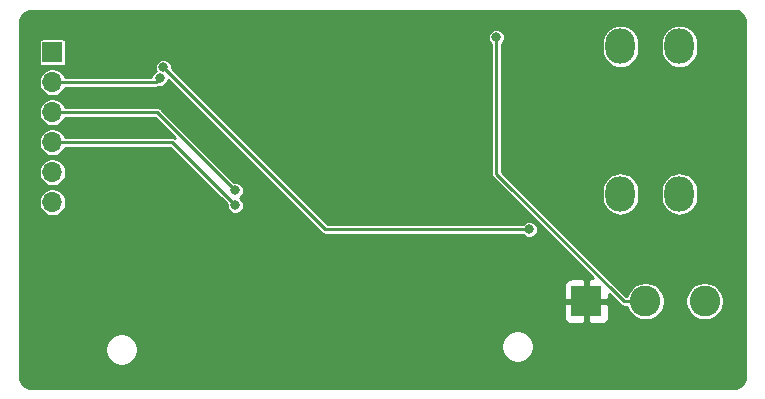
<source format=gbl>
%TF.GenerationSoftware,KiCad,Pcbnew,(5.1.10)-1*%
%TF.CreationDate,2021-09-30T00:23:06-04:00*%
%TF.ProjectId,soil_sensor,736f696c-5f73-4656-9e73-6f722e6b6963,rev?*%
%TF.SameCoordinates,Original*%
%TF.FileFunction,Copper,L2,Bot*%
%TF.FilePolarity,Positive*%
%FSLAX46Y46*%
G04 Gerber Fmt 4.6, Leading zero omitted, Abs format (unit mm)*
G04 Created by KiCad (PCBNEW (5.1.10)-1) date 2021-09-30 00:23:06*
%MOMM*%
%LPD*%
G01*
G04 APERTURE LIST*
%TA.AperFunction,ComponentPad*%
%ADD10O,1.700000X1.700000*%
%TD*%
%TA.AperFunction,ComponentPad*%
%ADD11R,1.700000X1.700000*%
%TD*%
%TA.AperFunction,ComponentPad*%
%ADD12O,2.500000X3.000000*%
%TD*%
%TA.AperFunction,ComponentPad*%
%ADD13C,2.600000*%
%TD*%
%TA.AperFunction,ComponentPad*%
%ADD14R,2.600000X2.600000*%
%TD*%
%TA.AperFunction,ViaPad*%
%ADD15C,0.800000*%
%TD*%
%TA.AperFunction,Conductor*%
%ADD16C,0.250000*%
%TD*%
%TA.AperFunction,Conductor*%
%ADD17C,0.254000*%
%TD*%
%TA.AperFunction,Conductor*%
%ADD18C,0.100000*%
%TD*%
G04 APERTURE END LIST*
D10*
%TO.P,J3,6*%
%TO.N,+5V*%
X125730000Y-119634000D03*
%TO.P,J3,5*%
%TO.N,GND*%
X125730000Y-117094000D03*
%TO.P,J3,4*%
%TO.N,/TXD0*%
X125730000Y-114554000D03*
%TO.P,J3,3*%
%TO.N,/RXD0*%
X125730000Y-112014000D03*
%TO.P,J3,2*%
%TO.N,/RTS*%
X125730000Y-109474000D03*
D11*
%TO.P,J3,1*%
%TO.N,/DTR*%
X125730000Y-106934000D03*
%TD*%
D12*
%TO.P,SW1,2*%
%TO.N,/EN*%
X173816000Y-106426000D03*
%TO.P,SW1,1*%
%TO.N,GND*%
X178816000Y-106426000D03*
%TO.P,SW1,2*%
%TO.N,/EN*%
X173816000Y-118926000D03*
%TO.P,SW1,1*%
%TO.N,GND*%
X178816000Y-118926000D03*
%TD*%
D13*
%TO.P,J2,3*%
%TO.N,GND*%
X180942000Y-128016000D03*
%TO.P,J2,2*%
%TO.N,Net-(J2-Pad2)*%
X175942000Y-128016000D03*
D14*
%TO.P,J2,1*%
%TO.N,+3V3*%
X170942000Y-128016000D03*
%TD*%
D15*
%TO.N,+3V3*%
X137922000Y-124968000D03*
X137922000Y-123952000D03*
X138938000Y-123952000D03*
X138938000Y-124968000D03*
X139954000Y-124968000D03*
X139954000Y-123952000D03*
X165100000Y-116332000D03*
X166116000Y-123444000D03*
%TO.N,Net-(J2-Pad2)*%
X163322000Y-105664000D03*
%TO.N,/RXD0*%
X141224000Y-118618000D03*
%TO.N,/TXD0*%
X141224000Y-119888000D03*
%TO.N,/RTS*%
X134811772Y-109152685D03*
%TO.N,/EN*%
X135128000Y-108204000D03*
X166116000Y-121920000D03*
%TD*%
D16*
%TO.N,Net-(J2-Pad2)*%
X163322000Y-117234477D02*
X163322000Y-105664000D01*
X174103523Y-128016000D02*
X163322000Y-117234477D01*
X175942000Y-128016000D02*
X174103523Y-128016000D01*
%TO.N,/RXD0*%
X134620000Y-112014000D02*
X141224000Y-118618000D01*
X125730000Y-112014000D02*
X134620000Y-112014000D01*
%TO.N,/TXD0*%
X135890000Y-114554000D02*
X125730000Y-114554000D01*
X141224000Y-119888000D02*
X135890000Y-114554000D01*
%TO.N,/RTS*%
X134490457Y-109474000D02*
X134811772Y-109152685D01*
X125730000Y-109474000D02*
X134490457Y-109474000D01*
%TO.N,/EN*%
X148844000Y-121920000D02*
X166116000Y-121920000D01*
X135128000Y-108204000D02*
X148844000Y-121920000D01*
%TD*%
D17*
%TO.N,+3V3*%
X183580223Y-103423185D02*
X183765130Y-103479012D01*
X183935668Y-103569688D01*
X184085347Y-103691762D01*
X184208468Y-103840590D01*
X184300334Y-104010493D01*
X184357448Y-104194997D01*
X184379001Y-104400063D01*
X184379000Y-134352359D01*
X184358815Y-134558223D01*
X184302988Y-134743130D01*
X184212310Y-134913670D01*
X184090235Y-135063349D01*
X183941410Y-135186468D01*
X183771511Y-135278332D01*
X183587003Y-135335448D01*
X183381946Y-135357000D01*
X123965641Y-135357000D01*
X123759777Y-135336815D01*
X123574870Y-135280988D01*
X123404330Y-135190310D01*
X123254651Y-135068235D01*
X123131532Y-134919410D01*
X123039668Y-134749511D01*
X122982552Y-134565003D01*
X122961000Y-134359946D01*
X122961000Y-131944377D01*
X130195000Y-131944377D01*
X130195000Y-132215623D01*
X130247917Y-132481656D01*
X130351718Y-132732254D01*
X130502414Y-132957787D01*
X130694213Y-133149586D01*
X130919746Y-133300282D01*
X131170344Y-133404083D01*
X131436377Y-133457000D01*
X131707623Y-133457000D01*
X131973656Y-133404083D01*
X132224254Y-133300282D01*
X132449787Y-133149586D01*
X132641586Y-132957787D01*
X132792282Y-132732254D01*
X132896083Y-132481656D01*
X132949000Y-132215623D01*
X132949000Y-131944377D01*
X132898477Y-131690377D01*
X163723000Y-131690377D01*
X163723000Y-131961623D01*
X163775917Y-132227656D01*
X163879718Y-132478254D01*
X164030414Y-132703787D01*
X164222213Y-132895586D01*
X164447746Y-133046282D01*
X164698344Y-133150083D01*
X164964377Y-133203000D01*
X165235623Y-133203000D01*
X165501656Y-133150083D01*
X165752254Y-133046282D01*
X165977787Y-132895586D01*
X166169586Y-132703787D01*
X166320282Y-132478254D01*
X166424083Y-132227656D01*
X166477000Y-131961623D01*
X166477000Y-131690377D01*
X166424083Y-131424344D01*
X166320282Y-131173746D01*
X166169586Y-130948213D01*
X165977787Y-130756414D01*
X165752254Y-130605718D01*
X165501656Y-130501917D01*
X165235623Y-130449000D01*
X164964377Y-130449000D01*
X164698344Y-130501917D01*
X164447746Y-130605718D01*
X164222213Y-130756414D01*
X164030414Y-130948213D01*
X163879718Y-131173746D01*
X163775917Y-131424344D01*
X163723000Y-131690377D01*
X132898477Y-131690377D01*
X132896083Y-131678344D01*
X132792282Y-131427746D01*
X132641586Y-131202213D01*
X132449787Y-131010414D01*
X132224254Y-130859718D01*
X131973656Y-130755917D01*
X131707623Y-130703000D01*
X131436377Y-130703000D01*
X131170344Y-130755917D01*
X130919746Y-130859718D01*
X130694213Y-131010414D01*
X130502414Y-131202213D01*
X130351718Y-131427746D01*
X130247917Y-131678344D01*
X130195000Y-131944377D01*
X122961000Y-131944377D01*
X122961000Y-129316000D01*
X169003928Y-129316000D01*
X169016188Y-129440482D01*
X169052498Y-129560180D01*
X169111463Y-129670494D01*
X169190815Y-129767185D01*
X169287506Y-129846537D01*
X169397820Y-129905502D01*
X169517518Y-129941812D01*
X169642000Y-129954072D01*
X170656250Y-129951000D01*
X170815000Y-129792250D01*
X170815000Y-128143000D01*
X171069000Y-128143000D01*
X171069000Y-129792250D01*
X171227750Y-129951000D01*
X172242000Y-129954072D01*
X172366482Y-129941812D01*
X172486180Y-129905502D01*
X172596494Y-129846537D01*
X172693185Y-129767185D01*
X172772537Y-129670494D01*
X172831502Y-129560180D01*
X172867812Y-129440482D01*
X172880072Y-129316000D01*
X172877000Y-128301750D01*
X172718250Y-128143000D01*
X171069000Y-128143000D01*
X170815000Y-128143000D01*
X169165750Y-128143000D01*
X169007000Y-128301750D01*
X169003928Y-129316000D01*
X122961000Y-129316000D01*
X122961000Y-126716000D01*
X169003928Y-126716000D01*
X169007000Y-127730250D01*
X169165750Y-127889000D01*
X170815000Y-127889000D01*
X170815000Y-126239750D01*
X170656250Y-126081000D01*
X169642000Y-126077928D01*
X169517518Y-126090188D01*
X169397820Y-126126498D01*
X169287506Y-126185463D01*
X169190815Y-126264815D01*
X169111463Y-126361506D01*
X169052498Y-126471820D01*
X169016188Y-126591518D01*
X169003928Y-126716000D01*
X122961000Y-126716000D01*
X122961000Y-119518076D01*
X124553000Y-119518076D01*
X124553000Y-119749924D01*
X124598231Y-119977318D01*
X124686956Y-120191519D01*
X124815764Y-120384294D01*
X124979706Y-120548236D01*
X125172481Y-120677044D01*
X125386682Y-120765769D01*
X125614076Y-120811000D01*
X125845924Y-120811000D01*
X126073318Y-120765769D01*
X126287519Y-120677044D01*
X126480294Y-120548236D01*
X126644236Y-120384294D01*
X126773044Y-120191519D01*
X126861769Y-119977318D01*
X126907000Y-119749924D01*
X126907000Y-119518076D01*
X126861769Y-119290682D01*
X126773044Y-119076481D01*
X126644236Y-118883706D01*
X126480294Y-118719764D01*
X126287519Y-118590956D01*
X126073318Y-118502231D01*
X125845924Y-118457000D01*
X125614076Y-118457000D01*
X125386682Y-118502231D01*
X125172481Y-118590956D01*
X124979706Y-118719764D01*
X124815764Y-118883706D01*
X124686956Y-119076481D01*
X124598231Y-119290682D01*
X124553000Y-119518076D01*
X122961000Y-119518076D01*
X122961000Y-116978076D01*
X124553000Y-116978076D01*
X124553000Y-117209924D01*
X124598231Y-117437318D01*
X124686956Y-117651519D01*
X124815764Y-117844294D01*
X124979706Y-118008236D01*
X125172481Y-118137044D01*
X125386682Y-118225769D01*
X125614076Y-118271000D01*
X125845924Y-118271000D01*
X126073318Y-118225769D01*
X126287519Y-118137044D01*
X126480294Y-118008236D01*
X126644236Y-117844294D01*
X126773044Y-117651519D01*
X126861769Y-117437318D01*
X126907000Y-117209924D01*
X126907000Y-116978076D01*
X126861769Y-116750682D01*
X126773044Y-116536481D01*
X126644236Y-116343706D01*
X126480294Y-116179764D01*
X126287519Y-116050956D01*
X126073318Y-115962231D01*
X125845924Y-115917000D01*
X125614076Y-115917000D01*
X125386682Y-115962231D01*
X125172481Y-116050956D01*
X124979706Y-116179764D01*
X124815764Y-116343706D01*
X124686956Y-116536481D01*
X124598231Y-116750682D01*
X124553000Y-116978076D01*
X122961000Y-116978076D01*
X122961000Y-111898076D01*
X124553000Y-111898076D01*
X124553000Y-112129924D01*
X124598231Y-112357318D01*
X124686956Y-112571519D01*
X124815764Y-112764294D01*
X124979706Y-112928236D01*
X125172481Y-113057044D01*
X125386682Y-113145769D01*
X125614076Y-113191000D01*
X125845924Y-113191000D01*
X126073318Y-113145769D01*
X126287519Y-113057044D01*
X126480294Y-112928236D01*
X126644236Y-112764294D01*
X126773044Y-112571519D01*
X126816751Y-112466000D01*
X134432777Y-112466000D01*
X136146797Y-114180020D01*
X136142333Y-114176357D01*
X136063810Y-114134386D01*
X135978607Y-114108540D01*
X135912205Y-114102000D01*
X135890000Y-114099813D01*
X135867795Y-114102000D01*
X126816751Y-114102000D01*
X126773044Y-113996481D01*
X126644236Y-113803706D01*
X126480294Y-113639764D01*
X126287519Y-113510956D01*
X126073318Y-113422231D01*
X125845924Y-113377000D01*
X125614076Y-113377000D01*
X125386682Y-113422231D01*
X125172481Y-113510956D01*
X124979706Y-113639764D01*
X124815764Y-113803706D01*
X124686956Y-113996481D01*
X124598231Y-114210682D01*
X124553000Y-114438076D01*
X124553000Y-114669924D01*
X124598231Y-114897318D01*
X124686956Y-115111519D01*
X124815764Y-115304294D01*
X124979706Y-115468236D01*
X125172481Y-115597044D01*
X125386682Y-115685769D01*
X125614076Y-115731000D01*
X125845924Y-115731000D01*
X126073318Y-115685769D01*
X126287519Y-115597044D01*
X126480294Y-115468236D01*
X126644236Y-115304294D01*
X126773044Y-115111519D01*
X126816751Y-115006000D01*
X135702777Y-115006000D01*
X140499683Y-119802908D01*
X140497000Y-119816397D01*
X140497000Y-119959603D01*
X140524938Y-120100058D01*
X140579741Y-120232364D01*
X140659302Y-120351436D01*
X140760564Y-120452698D01*
X140879636Y-120532259D01*
X141011942Y-120587062D01*
X141152397Y-120615000D01*
X141295603Y-120615000D01*
X141436058Y-120587062D01*
X141568364Y-120532259D01*
X141687436Y-120452698D01*
X141788698Y-120351436D01*
X141868259Y-120232364D01*
X141923062Y-120100058D01*
X141951000Y-119959603D01*
X141951000Y-119816397D01*
X141923062Y-119675942D01*
X141868259Y-119543636D01*
X141788698Y-119424564D01*
X141687436Y-119323302D01*
X141582221Y-119253000D01*
X141687436Y-119182698D01*
X141788698Y-119081436D01*
X141868259Y-118962364D01*
X141923062Y-118830058D01*
X141951000Y-118689603D01*
X141951000Y-118546397D01*
X141923062Y-118405942D01*
X141868259Y-118273636D01*
X141788698Y-118154564D01*
X141687436Y-118053302D01*
X141568364Y-117973741D01*
X141436058Y-117918938D01*
X141295603Y-117891000D01*
X141152397Y-117891000D01*
X141138908Y-117893683D01*
X134955323Y-111710100D01*
X134941159Y-111692841D01*
X134872333Y-111636357D01*
X134793810Y-111594386D01*
X134708607Y-111568540D01*
X134642205Y-111562000D01*
X134620000Y-111559813D01*
X134597795Y-111562000D01*
X126816751Y-111562000D01*
X126773044Y-111456481D01*
X126644236Y-111263706D01*
X126480294Y-111099764D01*
X126287519Y-110970956D01*
X126073318Y-110882231D01*
X125845924Y-110837000D01*
X125614076Y-110837000D01*
X125386682Y-110882231D01*
X125172481Y-110970956D01*
X124979706Y-111099764D01*
X124815764Y-111263706D01*
X124686956Y-111456481D01*
X124598231Y-111670682D01*
X124553000Y-111898076D01*
X122961000Y-111898076D01*
X122961000Y-109358076D01*
X124553000Y-109358076D01*
X124553000Y-109589924D01*
X124598231Y-109817318D01*
X124686956Y-110031519D01*
X124815764Y-110224294D01*
X124979706Y-110388236D01*
X125172481Y-110517044D01*
X125386682Y-110605769D01*
X125614076Y-110651000D01*
X125845924Y-110651000D01*
X126073318Y-110605769D01*
X126287519Y-110517044D01*
X126480294Y-110388236D01*
X126644236Y-110224294D01*
X126773044Y-110031519D01*
X126816751Y-109926000D01*
X134468252Y-109926000D01*
X134490457Y-109928187D01*
X134512662Y-109926000D01*
X134579064Y-109919460D01*
X134664267Y-109893614D01*
X134703844Y-109872460D01*
X134740169Y-109879685D01*
X134883375Y-109879685D01*
X135023830Y-109851747D01*
X135156136Y-109796944D01*
X135275208Y-109717383D01*
X135376470Y-109616121D01*
X135456031Y-109497049D01*
X135510834Y-109364743D01*
X135533843Y-109249066D01*
X148508686Y-122223911D01*
X148522841Y-122241159D01*
X148591667Y-122297643D01*
X148670190Y-122339614D01*
X148735562Y-122359444D01*
X148755392Y-122365460D01*
X148843999Y-122374187D01*
X148866204Y-122372000D01*
X165543661Y-122372000D01*
X165551302Y-122383436D01*
X165652564Y-122484698D01*
X165771636Y-122564259D01*
X165903942Y-122619062D01*
X166044397Y-122647000D01*
X166187603Y-122647000D01*
X166328058Y-122619062D01*
X166460364Y-122564259D01*
X166579436Y-122484698D01*
X166680698Y-122383436D01*
X166760259Y-122264364D01*
X166815062Y-122132058D01*
X166843000Y-121991603D01*
X166843000Y-121848397D01*
X166815062Y-121707942D01*
X166760259Y-121575636D01*
X166680698Y-121456564D01*
X166579436Y-121355302D01*
X166460364Y-121275741D01*
X166328058Y-121220938D01*
X166187603Y-121193000D01*
X166044397Y-121193000D01*
X165903942Y-121220938D01*
X165771636Y-121275741D01*
X165652564Y-121355302D01*
X165551302Y-121456564D01*
X165543661Y-121468000D01*
X149031225Y-121468000D01*
X135852317Y-108289094D01*
X135855000Y-108275603D01*
X135855000Y-108132397D01*
X135827062Y-107991942D01*
X135772259Y-107859636D01*
X135692698Y-107740564D01*
X135591436Y-107639302D01*
X135472364Y-107559741D01*
X135340058Y-107504938D01*
X135199603Y-107477000D01*
X135056397Y-107477000D01*
X134915942Y-107504938D01*
X134783636Y-107559741D01*
X134664564Y-107639302D01*
X134563302Y-107740564D01*
X134483741Y-107859636D01*
X134428938Y-107991942D01*
X134401000Y-108132397D01*
X134401000Y-108275603D01*
X134428938Y-108416058D01*
X134467244Y-108508536D01*
X134348336Y-108587987D01*
X134247074Y-108689249D01*
X134167513Y-108808321D01*
X134112710Y-108940627D01*
X134096524Y-109022000D01*
X126816751Y-109022000D01*
X126773044Y-108916481D01*
X126644236Y-108723706D01*
X126480294Y-108559764D01*
X126287519Y-108430956D01*
X126073318Y-108342231D01*
X125845924Y-108297000D01*
X125614076Y-108297000D01*
X125386682Y-108342231D01*
X125172481Y-108430956D01*
X124979706Y-108559764D01*
X124815764Y-108723706D01*
X124686956Y-108916481D01*
X124598231Y-109130682D01*
X124553000Y-109358076D01*
X122961000Y-109358076D01*
X122961000Y-106084000D01*
X124551418Y-106084000D01*
X124551418Y-107784000D01*
X124557732Y-107848103D01*
X124576430Y-107909743D01*
X124606794Y-107966550D01*
X124647657Y-108016343D01*
X124697450Y-108057206D01*
X124754257Y-108087570D01*
X124815897Y-108106268D01*
X124880000Y-108112582D01*
X126580000Y-108112582D01*
X126644103Y-108106268D01*
X126705743Y-108087570D01*
X126762550Y-108057206D01*
X126812343Y-108016343D01*
X126853206Y-107966550D01*
X126883570Y-107909743D01*
X126902268Y-107848103D01*
X126908582Y-107784000D01*
X126908582Y-106084000D01*
X126902268Y-106019897D01*
X126883570Y-105958257D01*
X126853206Y-105901450D01*
X126812343Y-105851657D01*
X126762550Y-105810794D01*
X126705743Y-105780430D01*
X126644103Y-105761732D01*
X126580000Y-105755418D01*
X124880000Y-105755418D01*
X124815897Y-105761732D01*
X124754257Y-105780430D01*
X124697450Y-105810794D01*
X124647657Y-105851657D01*
X124606794Y-105901450D01*
X124576430Y-105958257D01*
X124557732Y-106019897D01*
X124551418Y-106084000D01*
X122961000Y-106084000D01*
X122961000Y-105592397D01*
X162595000Y-105592397D01*
X162595000Y-105735603D01*
X162622938Y-105876058D01*
X162677741Y-106008364D01*
X162757302Y-106127436D01*
X162858564Y-106228698D01*
X162870001Y-106236340D01*
X162870000Y-117212272D01*
X162867813Y-117234477D01*
X162870000Y-117256681D01*
X162876540Y-117323083D01*
X162902386Y-117408286D01*
X162944357Y-117486809D01*
X163000841Y-117555636D01*
X163018100Y-117569800D01*
X171528389Y-126080089D01*
X171227750Y-126081000D01*
X171069000Y-126239750D01*
X171069000Y-127889000D01*
X172718250Y-127889000D01*
X172877000Y-127730250D01*
X172877911Y-127429612D01*
X173768204Y-128319905D01*
X173782364Y-128337159D01*
X173851190Y-128393643D01*
X173929713Y-128435614D01*
X174014915Y-128461460D01*
X174103522Y-128470187D01*
X174125727Y-128468000D01*
X174373034Y-128468000D01*
X174377525Y-128490578D01*
X174500172Y-128786673D01*
X174678227Y-129053152D01*
X174904848Y-129279773D01*
X175171327Y-129457828D01*
X175467422Y-129580475D01*
X175781755Y-129643000D01*
X176102245Y-129643000D01*
X176416578Y-129580475D01*
X176712673Y-129457828D01*
X176979152Y-129279773D01*
X177205773Y-129053152D01*
X177383828Y-128786673D01*
X177506475Y-128490578D01*
X177569000Y-128176245D01*
X177569000Y-127855755D01*
X179315000Y-127855755D01*
X179315000Y-128176245D01*
X179377525Y-128490578D01*
X179500172Y-128786673D01*
X179678227Y-129053152D01*
X179904848Y-129279773D01*
X180171327Y-129457828D01*
X180467422Y-129580475D01*
X180781755Y-129643000D01*
X181102245Y-129643000D01*
X181416578Y-129580475D01*
X181712673Y-129457828D01*
X181979152Y-129279773D01*
X182205773Y-129053152D01*
X182383828Y-128786673D01*
X182506475Y-128490578D01*
X182569000Y-128176245D01*
X182569000Y-127855755D01*
X182506475Y-127541422D01*
X182383828Y-127245327D01*
X182205773Y-126978848D01*
X181979152Y-126752227D01*
X181712673Y-126574172D01*
X181416578Y-126451525D01*
X181102245Y-126389000D01*
X180781755Y-126389000D01*
X180467422Y-126451525D01*
X180171327Y-126574172D01*
X179904848Y-126752227D01*
X179678227Y-126978848D01*
X179500172Y-127245327D01*
X179377525Y-127541422D01*
X179315000Y-127855755D01*
X177569000Y-127855755D01*
X177506475Y-127541422D01*
X177383828Y-127245327D01*
X177205773Y-126978848D01*
X176979152Y-126752227D01*
X176712673Y-126574172D01*
X176416578Y-126451525D01*
X176102245Y-126389000D01*
X175781755Y-126389000D01*
X175467422Y-126451525D01*
X175171327Y-126574172D01*
X174904848Y-126752227D01*
X174678227Y-126978848D01*
X174500172Y-127245327D01*
X174377525Y-127541422D01*
X174373034Y-127564000D01*
X174290747Y-127564000D01*
X165325278Y-118598531D01*
X172239000Y-118598531D01*
X172239000Y-119253468D01*
X172261818Y-119485145D01*
X172351993Y-119782411D01*
X172498428Y-120056372D01*
X172695497Y-120296503D01*
X172935627Y-120493572D01*
X173209588Y-120640007D01*
X173506854Y-120730182D01*
X173816000Y-120760630D01*
X174125145Y-120730182D01*
X174422411Y-120640007D01*
X174696372Y-120493572D01*
X174936503Y-120296503D01*
X175133572Y-120056373D01*
X175280007Y-119782412D01*
X175370182Y-119485146D01*
X175393000Y-119253469D01*
X175393000Y-118598532D01*
X175393000Y-118598531D01*
X177239000Y-118598531D01*
X177239000Y-119253468D01*
X177261818Y-119485145D01*
X177351993Y-119782411D01*
X177498428Y-120056372D01*
X177695497Y-120296503D01*
X177935627Y-120493572D01*
X178209588Y-120640007D01*
X178506854Y-120730182D01*
X178816000Y-120760630D01*
X179125145Y-120730182D01*
X179422411Y-120640007D01*
X179696372Y-120493572D01*
X179936503Y-120296503D01*
X180133572Y-120056373D01*
X180280007Y-119782412D01*
X180370182Y-119485146D01*
X180393000Y-119253469D01*
X180393000Y-118598532D01*
X180370182Y-118366855D01*
X180280007Y-118069588D01*
X180133572Y-117795627D01*
X179936503Y-117555497D01*
X179696373Y-117358428D01*
X179422412Y-117211993D01*
X179125146Y-117121818D01*
X178816000Y-117091370D01*
X178506855Y-117121818D01*
X178209589Y-117211993D01*
X177935628Y-117358428D01*
X177695497Y-117555497D01*
X177498428Y-117795627D01*
X177351993Y-118069588D01*
X177261818Y-118366854D01*
X177239000Y-118598531D01*
X175393000Y-118598531D01*
X175370182Y-118366855D01*
X175280007Y-118069588D01*
X175133572Y-117795627D01*
X174936503Y-117555497D01*
X174696373Y-117358428D01*
X174422412Y-117211993D01*
X174125146Y-117121818D01*
X173816000Y-117091370D01*
X173506855Y-117121818D01*
X173209589Y-117211993D01*
X172935628Y-117358428D01*
X172695497Y-117555497D01*
X172498428Y-117795627D01*
X172351993Y-118069588D01*
X172261818Y-118366854D01*
X172239000Y-118598531D01*
X165325278Y-118598531D01*
X163774000Y-117047254D01*
X163774000Y-106236339D01*
X163785436Y-106228698D01*
X163886698Y-106127436D01*
X163906011Y-106098531D01*
X172239000Y-106098531D01*
X172239000Y-106753468D01*
X172261818Y-106985145D01*
X172351993Y-107282411D01*
X172498428Y-107556372D01*
X172695497Y-107796503D01*
X172935627Y-107993572D01*
X173209588Y-108140007D01*
X173506854Y-108230182D01*
X173816000Y-108260630D01*
X174125145Y-108230182D01*
X174422411Y-108140007D01*
X174696372Y-107993572D01*
X174936503Y-107796503D01*
X175133572Y-107556373D01*
X175280007Y-107282412D01*
X175370182Y-106985146D01*
X175393000Y-106753469D01*
X175393000Y-106098532D01*
X175393000Y-106098531D01*
X177239000Y-106098531D01*
X177239000Y-106753468D01*
X177261818Y-106985145D01*
X177351993Y-107282411D01*
X177498428Y-107556372D01*
X177695497Y-107796503D01*
X177935627Y-107993572D01*
X178209588Y-108140007D01*
X178506854Y-108230182D01*
X178816000Y-108260630D01*
X179125145Y-108230182D01*
X179422411Y-108140007D01*
X179696372Y-107993572D01*
X179936503Y-107796503D01*
X180133572Y-107556373D01*
X180280007Y-107282412D01*
X180370182Y-106985146D01*
X180393000Y-106753469D01*
X180393000Y-106098532D01*
X180370182Y-105866855D01*
X180280007Y-105569588D01*
X180133572Y-105295627D01*
X179936503Y-105055497D01*
X179696373Y-104858428D01*
X179422412Y-104711993D01*
X179125146Y-104621818D01*
X178816000Y-104591370D01*
X178506855Y-104621818D01*
X178209589Y-104711993D01*
X177935628Y-104858428D01*
X177695497Y-105055497D01*
X177498428Y-105295627D01*
X177351993Y-105569588D01*
X177261818Y-105866854D01*
X177239000Y-106098531D01*
X175393000Y-106098531D01*
X175370182Y-105866855D01*
X175280007Y-105569588D01*
X175133572Y-105295627D01*
X174936503Y-105055497D01*
X174696373Y-104858428D01*
X174422412Y-104711993D01*
X174125146Y-104621818D01*
X173816000Y-104591370D01*
X173506855Y-104621818D01*
X173209589Y-104711993D01*
X172935628Y-104858428D01*
X172695497Y-105055497D01*
X172498428Y-105295627D01*
X172351993Y-105569588D01*
X172261818Y-105866854D01*
X172239000Y-106098531D01*
X163906011Y-106098531D01*
X163966259Y-106008364D01*
X164021062Y-105876058D01*
X164049000Y-105735603D01*
X164049000Y-105592397D01*
X164021062Y-105451942D01*
X163966259Y-105319636D01*
X163886698Y-105200564D01*
X163785436Y-105099302D01*
X163666364Y-105019741D01*
X163534058Y-104964938D01*
X163393603Y-104937000D01*
X163250397Y-104937000D01*
X163109942Y-104964938D01*
X162977636Y-105019741D01*
X162858564Y-105099302D01*
X162757302Y-105200564D01*
X162677741Y-105319636D01*
X162622938Y-105451942D01*
X162595000Y-105592397D01*
X122961000Y-105592397D01*
X122961000Y-104407641D01*
X122981185Y-104201777D01*
X123037012Y-104016870D01*
X123127688Y-103846332D01*
X123249762Y-103696653D01*
X123398590Y-103573532D01*
X123568493Y-103481666D01*
X123752997Y-103424552D01*
X123958054Y-103403000D01*
X183374359Y-103403000D01*
X183580223Y-103423185D01*
%TA.AperFunction,Conductor*%
D18*
G36*
X183580223Y-103423185D02*
G01*
X183765130Y-103479012D01*
X183935668Y-103569688D01*
X184085347Y-103691762D01*
X184208468Y-103840590D01*
X184300334Y-104010493D01*
X184357448Y-104194997D01*
X184379001Y-104400063D01*
X184379000Y-134352359D01*
X184358815Y-134558223D01*
X184302988Y-134743130D01*
X184212310Y-134913670D01*
X184090235Y-135063349D01*
X183941410Y-135186468D01*
X183771511Y-135278332D01*
X183587003Y-135335448D01*
X183381946Y-135357000D01*
X123965641Y-135357000D01*
X123759777Y-135336815D01*
X123574870Y-135280988D01*
X123404330Y-135190310D01*
X123254651Y-135068235D01*
X123131532Y-134919410D01*
X123039668Y-134749511D01*
X122982552Y-134565003D01*
X122961000Y-134359946D01*
X122961000Y-131944377D01*
X130195000Y-131944377D01*
X130195000Y-132215623D01*
X130247917Y-132481656D01*
X130351718Y-132732254D01*
X130502414Y-132957787D01*
X130694213Y-133149586D01*
X130919746Y-133300282D01*
X131170344Y-133404083D01*
X131436377Y-133457000D01*
X131707623Y-133457000D01*
X131973656Y-133404083D01*
X132224254Y-133300282D01*
X132449787Y-133149586D01*
X132641586Y-132957787D01*
X132792282Y-132732254D01*
X132896083Y-132481656D01*
X132949000Y-132215623D01*
X132949000Y-131944377D01*
X132898477Y-131690377D01*
X163723000Y-131690377D01*
X163723000Y-131961623D01*
X163775917Y-132227656D01*
X163879718Y-132478254D01*
X164030414Y-132703787D01*
X164222213Y-132895586D01*
X164447746Y-133046282D01*
X164698344Y-133150083D01*
X164964377Y-133203000D01*
X165235623Y-133203000D01*
X165501656Y-133150083D01*
X165752254Y-133046282D01*
X165977787Y-132895586D01*
X166169586Y-132703787D01*
X166320282Y-132478254D01*
X166424083Y-132227656D01*
X166477000Y-131961623D01*
X166477000Y-131690377D01*
X166424083Y-131424344D01*
X166320282Y-131173746D01*
X166169586Y-130948213D01*
X165977787Y-130756414D01*
X165752254Y-130605718D01*
X165501656Y-130501917D01*
X165235623Y-130449000D01*
X164964377Y-130449000D01*
X164698344Y-130501917D01*
X164447746Y-130605718D01*
X164222213Y-130756414D01*
X164030414Y-130948213D01*
X163879718Y-131173746D01*
X163775917Y-131424344D01*
X163723000Y-131690377D01*
X132898477Y-131690377D01*
X132896083Y-131678344D01*
X132792282Y-131427746D01*
X132641586Y-131202213D01*
X132449787Y-131010414D01*
X132224254Y-130859718D01*
X131973656Y-130755917D01*
X131707623Y-130703000D01*
X131436377Y-130703000D01*
X131170344Y-130755917D01*
X130919746Y-130859718D01*
X130694213Y-131010414D01*
X130502414Y-131202213D01*
X130351718Y-131427746D01*
X130247917Y-131678344D01*
X130195000Y-131944377D01*
X122961000Y-131944377D01*
X122961000Y-129316000D01*
X169003928Y-129316000D01*
X169016188Y-129440482D01*
X169052498Y-129560180D01*
X169111463Y-129670494D01*
X169190815Y-129767185D01*
X169287506Y-129846537D01*
X169397820Y-129905502D01*
X169517518Y-129941812D01*
X169642000Y-129954072D01*
X170656250Y-129951000D01*
X170815000Y-129792250D01*
X170815000Y-128143000D01*
X171069000Y-128143000D01*
X171069000Y-129792250D01*
X171227750Y-129951000D01*
X172242000Y-129954072D01*
X172366482Y-129941812D01*
X172486180Y-129905502D01*
X172596494Y-129846537D01*
X172693185Y-129767185D01*
X172772537Y-129670494D01*
X172831502Y-129560180D01*
X172867812Y-129440482D01*
X172880072Y-129316000D01*
X172877000Y-128301750D01*
X172718250Y-128143000D01*
X171069000Y-128143000D01*
X170815000Y-128143000D01*
X169165750Y-128143000D01*
X169007000Y-128301750D01*
X169003928Y-129316000D01*
X122961000Y-129316000D01*
X122961000Y-126716000D01*
X169003928Y-126716000D01*
X169007000Y-127730250D01*
X169165750Y-127889000D01*
X170815000Y-127889000D01*
X170815000Y-126239750D01*
X170656250Y-126081000D01*
X169642000Y-126077928D01*
X169517518Y-126090188D01*
X169397820Y-126126498D01*
X169287506Y-126185463D01*
X169190815Y-126264815D01*
X169111463Y-126361506D01*
X169052498Y-126471820D01*
X169016188Y-126591518D01*
X169003928Y-126716000D01*
X122961000Y-126716000D01*
X122961000Y-119518076D01*
X124553000Y-119518076D01*
X124553000Y-119749924D01*
X124598231Y-119977318D01*
X124686956Y-120191519D01*
X124815764Y-120384294D01*
X124979706Y-120548236D01*
X125172481Y-120677044D01*
X125386682Y-120765769D01*
X125614076Y-120811000D01*
X125845924Y-120811000D01*
X126073318Y-120765769D01*
X126287519Y-120677044D01*
X126480294Y-120548236D01*
X126644236Y-120384294D01*
X126773044Y-120191519D01*
X126861769Y-119977318D01*
X126907000Y-119749924D01*
X126907000Y-119518076D01*
X126861769Y-119290682D01*
X126773044Y-119076481D01*
X126644236Y-118883706D01*
X126480294Y-118719764D01*
X126287519Y-118590956D01*
X126073318Y-118502231D01*
X125845924Y-118457000D01*
X125614076Y-118457000D01*
X125386682Y-118502231D01*
X125172481Y-118590956D01*
X124979706Y-118719764D01*
X124815764Y-118883706D01*
X124686956Y-119076481D01*
X124598231Y-119290682D01*
X124553000Y-119518076D01*
X122961000Y-119518076D01*
X122961000Y-116978076D01*
X124553000Y-116978076D01*
X124553000Y-117209924D01*
X124598231Y-117437318D01*
X124686956Y-117651519D01*
X124815764Y-117844294D01*
X124979706Y-118008236D01*
X125172481Y-118137044D01*
X125386682Y-118225769D01*
X125614076Y-118271000D01*
X125845924Y-118271000D01*
X126073318Y-118225769D01*
X126287519Y-118137044D01*
X126480294Y-118008236D01*
X126644236Y-117844294D01*
X126773044Y-117651519D01*
X126861769Y-117437318D01*
X126907000Y-117209924D01*
X126907000Y-116978076D01*
X126861769Y-116750682D01*
X126773044Y-116536481D01*
X126644236Y-116343706D01*
X126480294Y-116179764D01*
X126287519Y-116050956D01*
X126073318Y-115962231D01*
X125845924Y-115917000D01*
X125614076Y-115917000D01*
X125386682Y-115962231D01*
X125172481Y-116050956D01*
X124979706Y-116179764D01*
X124815764Y-116343706D01*
X124686956Y-116536481D01*
X124598231Y-116750682D01*
X124553000Y-116978076D01*
X122961000Y-116978076D01*
X122961000Y-111898076D01*
X124553000Y-111898076D01*
X124553000Y-112129924D01*
X124598231Y-112357318D01*
X124686956Y-112571519D01*
X124815764Y-112764294D01*
X124979706Y-112928236D01*
X125172481Y-113057044D01*
X125386682Y-113145769D01*
X125614076Y-113191000D01*
X125845924Y-113191000D01*
X126073318Y-113145769D01*
X126287519Y-113057044D01*
X126480294Y-112928236D01*
X126644236Y-112764294D01*
X126773044Y-112571519D01*
X126816751Y-112466000D01*
X134432777Y-112466000D01*
X136146797Y-114180020D01*
X136142333Y-114176357D01*
X136063810Y-114134386D01*
X135978607Y-114108540D01*
X135912205Y-114102000D01*
X135890000Y-114099813D01*
X135867795Y-114102000D01*
X126816751Y-114102000D01*
X126773044Y-113996481D01*
X126644236Y-113803706D01*
X126480294Y-113639764D01*
X126287519Y-113510956D01*
X126073318Y-113422231D01*
X125845924Y-113377000D01*
X125614076Y-113377000D01*
X125386682Y-113422231D01*
X125172481Y-113510956D01*
X124979706Y-113639764D01*
X124815764Y-113803706D01*
X124686956Y-113996481D01*
X124598231Y-114210682D01*
X124553000Y-114438076D01*
X124553000Y-114669924D01*
X124598231Y-114897318D01*
X124686956Y-115111519D01*
X124815764Y-115304294D01*
X124979706Y-115468236D01*
X125172481Y-115597044D01*
X125386682Y-115685769D01*
X125614076Y-115731000D01*
X125845924Y-115731000D01*
X126073318Y-115685769D01*
X126287519Y-115597044D01*
X126480294Y-115468236D01*
X126644236Y-115304294D01*
X126773044Y-115111519D01*
X126816751Y-115006000D01*
X135702777Y-115006000D01*
X140499683Y-119802908D01*
X140497000Y-119816397D01*
X140497000Y-119959603D01*
X140524938Y-120100058D01*
X140579741Y-120232364D01*
X140659302Y-120351436D01*
X140760564Y-120452698D01*
X140879636Y-120532259D01*
X141011942Y-120587062D01*
X141152397Y-120615000D01*
X141295603Y-120615000D01*
X141436058Y-120587062D01*
X141568364Y-120532259D01*
X141687436Y-120452698D01*
X141788698Y-120351436D01*
X141868259Y-120232364D01*
X141923062Y-120100058D01*
X141951000Y-119959603D01*
X141951000Y-119816397D01*
X141923062Y-119675942D01*
X141868259Y-119543636D01*
X141788698Y-119424564D01*
X141687436Y-119323302D01*
X141582221Y-119253000D01*
X141687436Y-119182698D01*
X141788698Y-119081436D01*
X141868259Y-118962364D01*
X141923062Y-118830058D01*
X141951000Y-118689603D01*
X141951000Y-118546397D01*
X141923062Y-118405942D01*
X141868259Y-118273636D01*
X141788698Y-118154564D01*
X141687436Y-118053302D01*
X141568364Y-117973741D01*
X141436058Y-117918938D01*
X141295603Y-117891000D01*
X141152397Y-117891000D01*
X141138908Y-117893683D01*
X134955323Y-111710100D01*
X134941159Y-111692841D01*
X134872333Y-111636357D01*
X134793810Y-111594386D01*
X134708607Y-111568540D01*
X134642205Y-111562000D01*
X134620000Y-111559813D01*
X134597795Y-111562000D01*
X126816751Y-111562000D01*
X126773044Y-111456481D01*
X126644236Y-111263706D01*
X126480294Y-111099764D01*
X126287519Y-110970956D01*
X126073318Y-110882231D01*
X125845924Y-110837000D01*
X125614076Y-110837000D01*
X125386682Y-110882231D01*
X125172481Y-110970956D01*
X124979706Y-111099764D01*
X124815764Y-111263706D01*
X124686956Y-111456481D01*
X124598231Y-111670682D01*
X124553000Y-111898076D01*
X122961000Y-111898076D01*
X122961000Y-109358076D01*
X124553000Y-109358076D01*
X124553000Y-109589924D01*
X124598231Y-109817318D01*
X124686956Y-110031519D01*
X124815764Y-110224294D01*
X124979706Y-110388236D01*
X125172481Y-110517044D01*
X125386682Y-110605769D01*
X125614076Y-110651000D01*
X125845924Y-110651000D01*
X126073318Y-110605769D01*
X126287519Y-110517044D01*
X126480294Y-110388236D01*
X126644236Y-110224294D01*
X126773044Y-110031519D01*
X126816751Y-109926000D01*
X134468252Y-109926000D01*
X134490457Y-109928187D01*
X134512662Y-109926000D01*
X134579064Y-109919460D01*
X134664267Y-109893614D01*
X134703844Y-109872460D01*
X134740169Y-109879685D01*
X134883375Y-109879685D01*
X135023830Y-109851747D01*
X135156136Y-109796944D01*
X135275208Y-109717383D01*
X135376470Y-109616121D01*
X135456031Y-109497049D01*
X135510834Y-109364743D01*
X135533843Y-109249066D01*
X148508686Y-122223911D01*
X148522841Y-122241159D01*
X148591667Y-122297643D01*
X148670190Y-122339614D01*
X148735562Y-122359444D01*
X148755392Y-122365460D01*
X148843999Y-122374187D01*
X148866204Y-122372000D01*
X165543661Y-122372000D01*
X165551302Y-122383436D01*
X165652564Y-122484698D01*
X165771636Y-122564259D01*
X165903942Y-122619062D01*
X166044397Y-122647000D01*
X166187603Y-122647000D01*
X166328058Y-122619062D01*
X166460364Y-122564259D01*
X166579436Y-122484698D01*
X166680698Y-122383436D01*
X166760259Y-122264364D01*
X166815062Y-122132058D01*
X166843000Y-121991603D01*
X166843000Y-121848397D01*
X166815062Y-121707942D01*
X166760259Y-121575636D01*
X166680698Y-121456564D01*
X166579436Y-121355302D01*
X166460364Y-121275741D01*
X166328058Y-121220938D01*
X166187603Y-121193000D01*
X166044397Y-121193000D01*
X165903942Y-121220938D01*
X165771636Y-121275741D01*
X165652564Y-121355302D01*
X165551302Y-121456564D01*
X165543661Y-121468000D01*
X149031225Y-121468000D01*
X135852317Y-108289094D01*
X135855000Y-108275603D01*
X135855000Y-108132397D01*
X135827062Y-107991942D01*
X135772259Y-107859636D01*
X135692698Y-107740564D01*
X135591436Y-107639302D01*
X135472364Y-107559741D01*
X135340058Y-107504938D01*
X135199603Y-107477000D01*
X135056397Y-107477000D01*
X134915942Y-107504938D01*
X134783636Y-107559741D01*
X134664564Y-107639302D01*
X134563302Y-107740564D01*
X134483741Y-107859636D01*
X134428938Y-107991942D01*
X134401000Y-108132397D01*
X134401000Y-108275603D01*
X134428938Y-108416058D01*
X134467244Y-108508536D01*
X134348336Y-108587987D01*
X134247074Y-108689249D01*
X134167513Y-108808321D01*
X134112710Y-108940627D01*
X134096524Y-109022000D01*
X126816751Y-109022000D01*
X126773044Y-108916481D01*
X126644236Y-108723706D01*
X126480294Y-108559764D01*
X126287519Y-108430956D01*
X126073318Y-108342231D01*
X125845924Y-108297000D01*
X125614076Y-108297000D01*
X125386682Y-108342231D01*
X125172481Y-108430956D01*
X124979706Y-108559764D01*
X124815764Y-108723706D01*
X124686956Y-108916481D01*
X124598231Y-109130682D01*
X124553000Y-109358076D01*
X122961000Y-109358076D01*
X122961000Y-106084000D01*
X124551418Y-106084000D01*
X124551418Y-107784000D01*
X124557732Y-107848103D01*
X124576430Y-107909743D01*
X124606794Y-107966550D01*
X124647657Y-108016343D01*
X124697450Y-108057206D01*
X124754257Y-108087570D01*
X124815897Y-108106268D01*
X124880000Y-108112582D01*
X126580000Y-108112582D01*
X126644103Y-108106268D01*
X126705743Y-108087570D01*
X126762550Y-108057206D01*
X126812343Y-108016343D01*
X126853206Y-107966550D01*
X126883570Y-107909743D01*
X126902268Y-107848103D01*
X126908582Y-107784000D01*
X126908582Y-106084000D01*
X126902268Y-106019897D01*
X126883570Y-105958257D01*
X126853206Y-105901450D01*
X126812343Y-105851657D01*
X126762550Y-105810794D01*
X126705743Y-105780430D01*
X126644103Y-105761732D01*
X126580000Y-105755418D01*
X124880000Y-105755418D01*
X124815897Y-105761732D01*
X124754257Y-105780430D01*
X124697450Y-105810794D01*
X124647657Y-105851657D01*
X124606794Y-105901450D01*
X124576430Y-105958257D01*
X124557732Y-106019897D01*
X124551418Y-106084000D01*
X122961000Y-106084000D01*
X122961000Y-105592397D01*
X162595000Y-105592397D01*
X162595000Y-105735603D01*
X162622938Y-105876058D01*
X162677741Y-106008364D01*
X162757302Y-106127436D01*
X162858564Y-106228698D01*
X162870001Y-106236340D01*
X162870000Y-117212272D01*
X162867813Y-117234477D01*
X162870000Y-117256681D01*
X162876540Y-117323083D01*
X162902386Y-117408286D01*
X162944357Y-117486809D01*
X163000841Y-117555636D01*
X163018100Y-117569800D01*
X171528389Y-126080089D01*
X171227750Y-126081000D01*
X171069000Y-126239750D01*
X171069000Y-127889000D01*
X172718250Y-127889000D01*
X172877000Y-127730250D01*
X172877911Y-127429612D01*
X173768204Y-128319905D01*
X173782364Y-128337159D01*
X173851190Y-128393643D01*
X173929713Y-128435614D01*
X174014915Y-128461460D01*
X174103522Y-128470187D01*
X174125727Y-128468000D01*
X174373034Y-128468000D01*
X174377525Y-128490578D01*
X174500172Y-128786673D01*
X174678227Y-129053152D01*
X174904848Y-129279773D01*
X175171327Y-129457828D01*
X175467422Y-129580475D01*
X175781755Y-129643000D01*
X176102245Y-129643000D01*
X176416578Y-129580475D01*
X176712673Y-129457828D01*
X176979152Y-129279773D01*
X177205773Y-129053152D01*
X177383828Y-128786673D01*
X177506475Y-128490578D01*
X177569000Y-128176245D01*
X177569000Y-127855755D01*
X179315000Y-127855755D01*
X179315000Y-128176245D01*
X179377525Y-128490578D01*
X179500172Y-128786673D01*
X179678227Y-129053152D01*
X179904848Y-129279773D01*
X180171327Y-129457828D01*
X180467422Y-129580475D01*
X180781755Y-129643000D01*
X181102245Y-129643000D01*
X181416578Y-129580475D01*
X181712673Y-129457828D01*
X181979152Y-129279773D01*
X182205773Y-129053152D01*
X182383828Y-128786673D01*
X182506475Y-128490578D01*
X182569000Y-128176245D01*
X182569000Y-127855755D01*
X182506475Y-127541422D01*
X182383828Y-127245327D01*
X182205773Y-126978848D01*
X181979152Y-126752227D01*
X181712673Y-126574172D01*
X181416578Y-126451525D01*
X181102245Y-126389000D01*
X180781755Y-126389000D01*
X180467422Y-126451525D01*
X180171327Y-126574172D01*
X179904848Y-126752227D01*
X179678227Y-126978848D01*
X179500172Y-127245327D01*
X179377525Y-127541422D01*
X179315000Y-127855755D01*
X177569000Y-127855755D01*
X177506475Y-127541422D01*
X177383828Y-127245327D01*
X177205773Y-126978848D01*
X176979152Y-126752227D01*
X176712673Y-126574172D01*
X176416578Y-126451525D01*
X176102245Y-126389000D01*
X175781755Y-126389000D01*
X175467422Y-126451525D01*
X175171327Y-126574172D01*
X174904848Y-126752227D01*
X174678227Y-126978848D01*
X174500172Y-127245327D01*
X174377525Y-127541422D01*
X174373034Y-127564000D01*
X174290747Y-127564000D01*
X165325278Y-118598531D01*
X172239000Y-118598531D01*
X172239000Y-119253468D01*
X172261818Y-119485145D01*
X172351993Y-119782411D01*
X172498428Y-120056372D01*
X172695497Y-120296503D01*
X172935627Y-120493572D01*
X173209588Y-120640007D01*
X173506854Y-120730182D01*
X173816000Y-120760630D01*
X174125145Y-120730182D01*
X174422411Y-120640007D01*
X174696372Y-120493572D01*
X174936503Y-120296503D01*
X175133572Y-120056373D01*
X175280007Y-119782412D01*
X175370182Y-119485146D01*
X175393000Y-119253469D01*
X175393000Y-118598532D01*
X175393000Y-118598531D01*
X177239000Y-118598531D01*
X177239000Y-119253468D01*
X177261818Y-119485145D01*
X177351993Y-119782411D01*
X177498428Y-120056372D01*
X177695497Y-120296503D01*
X177935627Y-120493572D01*
X178209588Y-120640007D01*
X178506854Y-120730182D01*
X178816000Y-120760630D01*
X179125145Y-120730182D01*
X179422411Y-120640007D01*
X179696372Y-120493572D01*
X179936503Y-120296503D01*
X180133572Y-120056373D01*
X180280007Y-119782412D01*
X180370182Y-119485146D01*
X180393000Y-119253469D01*
X180393000Y-118598532D01*
X180370182Y-118366855D01*
X180280007Y-118069588D01*
X180133572Y-117795627D01*
X179936503Y-117555497D01*
X179696373Y-117358428D01*
X179422412Y-117211993D01*
X179125146Y-117121818D01*
X178816000Y-117091370D01*
X178506855Y-117121818D01*
X178209589Y-117211993D01*
X177935628Y-117358428D01*
X177695497Y-117555497D01*
X177498428Y-117795627D01*
X177351993Y-118069588D01*
X177261818Y-118366854D01*
X177239000Y-118598531D01*
X175393000Y-118598531D01*
X175370182Y-118366855D01*
X175280007Y-118069588D01*
X175133572Y-117795627D01*
X174936503Y-117555497D01*
X174696373Y-117358428D01*
X174422412Y-117211993D01*
X174125146Y-117121818D01*
X173816000Y-117091370D01*
X173506855Y-117121818D01*
X173209589Y-117211993D01*
X172935628Y-117358428D01*
X172695497Y-117555497D01*
X172498428Y-117795627D01*
X172351993Y-118069588D01*
X172261818Y-118366854D01*
X172239000Y-118598531D01*
X165325278Y-118598531D01*
X163774000Y-117047254D01*
X163774000Y-106236339D01*
X163785436Y-106228698D01*
X163886698Y-106127436D01*
X163906011Y-106098531D01*
X172239000Y-106098531D01*
X172239000Y-106753468D01*
X172261818Y-106985145D01*
X172351993Y-107282411D01*
X172498428Y-107556372D01*
X172695497Y-107796503D01*
X172935627Y-107993572D01*
X173209588Y-108140007D01*
X173506854Y-108230182D01*
X173816000Y-108260630D01*
X174125145Y-108230182D01*
X174422411Y-108140007D01*
X174696372Y-107993572D01*
X174936503Y-107796503D01*
X175133572Y-107556373D01*
X175280007Y-107282412D01*
X175370182Y-106985146D01*
X175393000Y-106753469D01*
X175393000Y-106098532D01*
X175393000Y-106098531D01*
X177239000Y-106098531D01*
X177239000Y-106753468D01*
X177261818Y-106985145D01*
X177351993Y-107282411D01*
X177498428Y-107556372D01*
X177695497Y-107796503D01*
X177935627Y-107993572D01*
X178209588Y-108140007D01*
X178506854Y-108230182D01*
X178816000Y-108260630D01*
X179125145Y-108230182D01*
X179422411Y-108140007D01*
X179696372Y-107993572D01*
X179936503Y-107796503D01*
X180133572Y-107556373D01*
X180280007Y-107282412D01*
X180370182Y-106985146D01*
X180393000Y-106753469D01*
X180393000Y-106098532D01*
X180370182Y-105866855D01*
X180280007Y-105569588D01*
X180133572Y-105295627D01*
X179936503Y-105055497D01*
X179696373Y-104858428D01*
X179422412Y-104711993D01*
X179125146Y-104621818D01*
X178816000Y-104591370D01*
X178506855Y-104621818D01*
X178209589Y-104711993D01*
X177935628Y-104858428D01*
X177695497Y-105055497D01*
X177498428Y-105295627D01*
X177351993Y-105569588D01*
X177261818Y-105866854D01*
X177239000Y-106098531D01*
X175393000Y-106098531D01*
X175370182Y-105866855D01*
X175280007Y-105569588D01*
X175133572Y-105295627D01*
X174936503Y-105055497D01*
X174696373Y-104858428D01*
X174422412Y-104711993D01*
X174125146Y-104621818D01*
X173816000Y-104591370D01*
X173506855Y-104621818D01*
X173209589Y-104711993D01*
X172935628Y-104858428D01*
X172695497Y-105055497D01*
X172498428Y-105295627D01*
X172351993Y-105569588D01*
X172261818Y-105866854D01*
X172239000Y-106098531D01*
X163906011Y-106098531D01*
X163966259Y-106008364D01*
X164021062Y-105876058D01*
X164049000Y-105735603D01*
X164049000Y-105592397D01*
X164021062Y-105451942D01*
X163966259Y-105319636D01*
X163886698Y-105200564D01*
X163785436Y-105099302D01*
X163666364Y-105019741D01*
X163534058Y-104964938D01*
X163393603Y-104937000D01*
X163250397Y-104937000D01*
X163109942Y-104964938D01*
X162977636Y-105019741D01*
X162858564Y-105099302D01*
X162757302Y-105200564D01*
X162677741Y-105319636D01*
X162622938Y-105451942D01*
X162595000Y-105592397D01*
X122961000Y-105592397D01*
X122961000Y-104407641D01*
X122981185Y-104201777D01*
X123037012Y-104016870D01*
X123127688Y-103846332D01*
X123249762Y-103696653D01*
X123398590Y-103573532D01*
X123568493Y-103481666D01*
X123752997Y-103424552D01*
X123958054Y-103403000D01*
X183374359Y-103403000D01*
X183580223Y-103423185D01*
G37*
%TD.AperFunction*%
%TD*%
M02*

</source>
